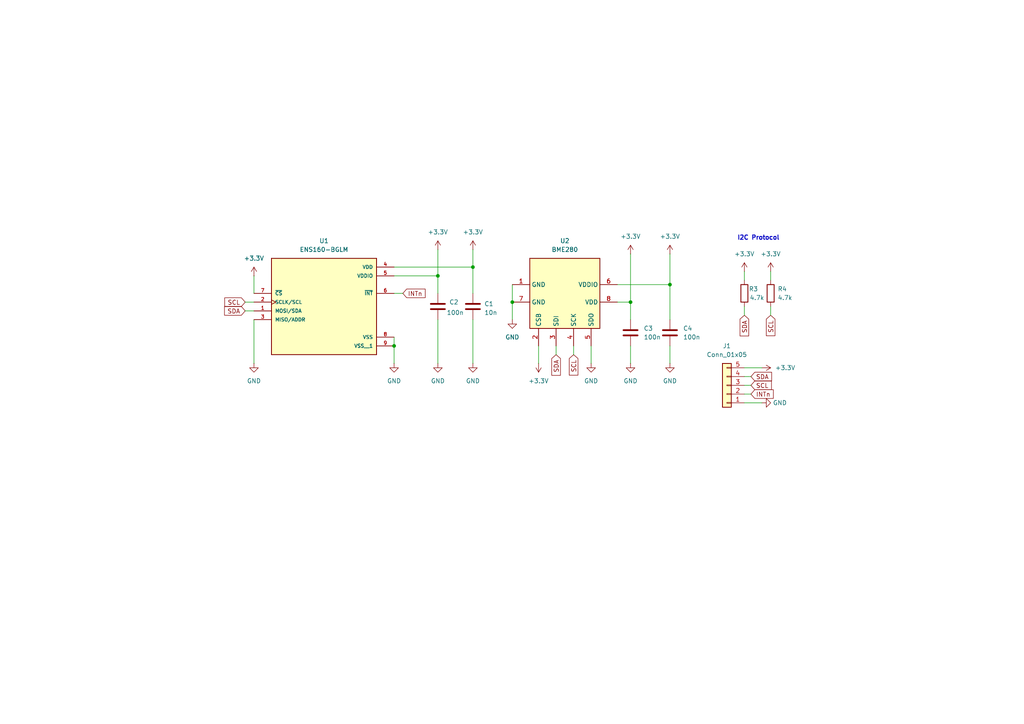
<source format=kicad_sch>
(kicad_sch (version 20231120) (generator "eeschema") (generator_version "8.0")
  (paper "A4")
  (lib_symbols
    (symbol "Connector_Generic:Conn_01x05" (pin_names (offset 1.016) hide)
      (property "Reference" "J" (at 0 7.62 0))
      (property "Value" "Conn_01x05" (at 0 -7.62 0))
      (symbol "Conn_01x05_1_1"
        (rectangle (start -1.27 -4.953) (end 0 -5.207) (stroke (width 0.1524)))
        (rectangle (start -1.27 -2.413) (end 0 -2.667) (stroke (width 0.1524)))
        (rectangle (start -1.27 0.127) (end 0 -0.127) (stroke (width 0.1524)))
        (rectangle (start -1.27 2.667) (end 0 2.413) (stroke (width 0.1524)))
        (rectangle (start -1.27 5.207) (end 0 4.953) (stroke (width 0.1524)))
        (rectangle (start -1.27 6.35) (end 1.27 -6.35) (stroke (width 0.254)) (fill (type background)))
        (pin passive line (at -5.08 5.08 0) (length 3.81) (name "Pin_1") (number "1"))
        (pin passive line (at -5.08 2.54 0) (length 3.81) (name "Pin_2") (number "2"))
        (pin passive line (at -5.08 0 0) (length 3.81) (name "Pin_3") (number "3"))
        (pin passive line (at -5.08 -2.54 0) (length 3.81) (name "Pin_4") (number "4"))
        (pin passive line (at -5.08 -5.08 0) (length 3.81) (name "Pin_5") (number "5"))
      )
    )
    (symbol "Device:C" (pin_numbers hide) (pin_names (offset 0.254))
      (property "Reference" "C" (at 0.635 2.54 0))
      (property "Value" "C" (at 0.635 -2.54 0))
      (symbol "C_0_1"
        (polyline (pts (xy -2.032 -0.762) (xy 2.032 -0.762)) (stroke (width 0.508)))
        (polyline (pts (xy -2.032 0.762) (xy 2.032 0.762)) (stroke (width 0.508)))
      )
      (symbol "C_1_1"
        (pin passive line (at 0 3.81 270) (length 2.794) (name "~") (number "1"))
        (pin passive line (at 0 -3.81 90) (length 2.794) (name "~") (number "2"))
      )
    )
    (symbol "Device:R" (pin_numbers hide) (pin_names (offset 0))
      (property "Reference" "R" (at 2.032 0 90))
      (property "Value" "R" (at 0 0 90))
      (symbol "R_0_1"
        (rectangle (start -1.016 -2.54) (end 1.016 2.54) (stroke (width 0.254)))
      )
      (symbol "R_1_1"
        (pin passive line (at 0 3.81 270) (length 1.27) (name "~") (number "1"))
        (pin passive line (at 0 -3.81 90) (length 1.27) (name "~") (number "2"))
      )
    )
    (symbol "ENS160-BGLM:ENS160-BGLM" (pin_names (offset 1.016))
      (property "Reference" "U" (at -15.24 13.462 0))
      (property "Value" "ENS160-BGLM" (at -15.24 -17.78 0))
      (symbol "ENS160-BGLM_0_0"
        (rectangle (start -15.24 -15.24) (end 15.24 12.7) (stroke (width 0.254)) (fill (type background)))
        (pin bidirectional line (at -20.32 -2.54 0) (length 5.08) (name "MOSI/SDA") (number "1"))
        (pin input clock (at -20.32 0 0) (length 5.08) (name "SCLK/SCL") (number "2"))
        (pin bidirectional line (at -20.32 -5.08 0) (length 5.08) (name "MISO/ADDR") (number "3"))
        (pin power_in line (at 20.32 10.16 180) (length 5.08) (name "VDD") (number "4"))
        (pin power_in line (at 20.32 7.62 180) (length 5.08) (name "VDDIO") (number "5"))
        (pin output line (at 20.32 2.54 180) (length 5.08) (name "~{INT}") (number "6"))
        (pin input line (at -20.32 2.54 0) (length 5.08) (name "~{CS}") (number "7"))
        (pin power_in line (at 20.32 -10.16 180) (length 5.08) (name "VSS") (number "8"))
        (pin power_in line (at 20.32 -12.7 180) (length 5.08) (name "VSS__1") (number "9"))
      )
    )
    (symbol "Sensor:BME280"
      (property "Reference" "U" (at -8.89 11.43 0))
      (property "Value" "BME280" (at 7.62 11.43 0))
      (symbol "BME280_0_1"
        (rectangle (start -10.16 10.16) (end 10.16 -10.16) (stroke (width 0.254)) (fill (type background)))
      )
      (symbol "BME280_1_1"
        (pin power_in line (at -2.54 -15.24 90) (length 5.08) (name "GND") (number "1"))
        (pin input line (at 15.24 -7.62 180) (length 5.08) (name "CSB") (number "2"))
        (pin bidirectional line (at 15.24 -2.54 180) (length 5.08) (name "SDI") (number "3"))
        (pin input line (at 15.24 2.54 180) (length 5.08) (name "SCK") (number "4"))
        (pin bidirectional line (at 15.24 7.62 180) (length 5.08) (name "SDO") (number "5"))
        (pin power_in line (at -2.54 15.24 270) (length 5.08) (name "VDDIO") (number "6"))
        (pin power_in line (at 2.54 -15.24 90) (length 5.08) (name "GND") (number "7"))
        (pin power_in line (at 2.54 15.24 270) (length 5.08) (name "VDD") (number "8"))
      )
    )
    (symbol "power:+3.3V" (power) (pin_numbers hide) (pin_names (offset 0) hide)
      (property "Value" "+3.3V" (at 0 3.556 0))
      (symbol "+3.3V_0_1"
        (polyline (pts (xy -0.762 1.27) (xy 0 2.54)))
        (polyline (pts (xy 0 0) (xy 0 2.54)))
        (polyline (pts (xy 0 2.54) (xy 0.762 1.27)))
      )
      (symbol "+3.3V_1_1"
        (pin power_in line (at 0 0 90) (length 0) (name "~") (number "1"))
      )
    )
    (symbol "power:GND" (power) (pin_numbers hide) (pin_names (offset 0) hide)
      (property "Value" "GND" (at 0 -3.81 0))
      (symbol "GND_0_1"
        (polyline (pts (xy 0 0) (xy 0 -1.27) (xy 1.27 -1.27) (xy 0 -2.54) (xy -1.27 -1.27) (xy 0 -1.27)))
      )
      (symbol "GND_1_1"
        (pin power_in line (at 0 0 270) (length 0) (name "~") (number "1"))
      )
    )
  )
  (junction (at 182.88 87.63))
  (junction (at 114.3 100.33))
  (junction (at 137.16 77.47))
  (junction (at 194.31 82.55))
  (junction (at 148.59 87.63))
  (junction (at 127 80.01))
  (wire (pts (xy 148.59 87.63) (xy 148.59 92.71)))
  (wire (pts (xy 127 80.01) (xy 127 85.09)))
  (wire (pts (xy 73.66 80.01) (xy 73.66 85.09)))
  (wire (pts (xy 114.3 77.47) (xy 137.16 77.47)))
  (wire (pts (xy 156.21 100.33) (xy 156.21 105.41)))
  (wire (pts (xy 137.16 72.39) (xy 137.16 77.47)))
  (wire (pts (xy 223.52 78.74) (xy 223.52 81.28)))
  (wire (pts (xy 179.07 82.55) (xy 194.31 82.55)))
  (wire (pts (xy 194.31 100.33) (xy 194.31 105.41)))
  (wire (pts (xy 161.29 100.33) (xy 161.29 102.87)))
  (wire (pts (xy 215.9 116.84) (xy 220.98 116.84)))
  (wire (pts (xy 73.66 92.71) (xy 73.66 105.41)))
  (wire (pts (xy 194.31 73.66) (xy 194.31 82.55)))
  (wire (pts (xy 215.9 114.3) (xy 217.805 114.3)))
  (wire (pts (xy 127 92.71) (xy 127 105.41)))
  (wire (pts (xy 114.3 85.09) (xy 116.84 85.09)))
  (wire (pts (xy 148.59 82.55) (xy 148.59 87.63)))
  (wire (pts (xy 179.07 87.63) (xy 182.88 87.63)))
  (wire (pts (xy 127 72.39) (xy 127 80.01)))
  (wire (pts (xy 215.9 78.74) (xy 215.9 81.28)))
  (wire (pts (xy 182.88 73.66) (xy 182.88 87.63)))
  (wire (pts (xy 71.12 87.63) (xy 73.66 87.63)))
  (wire (pts (xy 171.45 100.33) (xy 171.45 105.41)))
  (wire (pts (xy 137.16 77.47) (xy 137.16 85.09)))
  (wire (pts (xy 114.3 100.33) (xy 114.3 105.41)))
  (wire (pts (xy 215.9 106.68) (xy 220.98 106.68)))
  (wire (pts (xy 71.12 90.17) (xy 73.66 90.17)))
  (wire (pts (xy 223.52 88.9) (xy 223.52 91.44)))
  (wire (pts (xy 194.31 82.55) (xy 194.31 92.71)))
  (wire (pts (xy 137.16 92.71) (xy 137.16 105.41)))
  (wire (pts (xy 215.9 88.9) (xy 215.9 91.44)))
  (wire (pts (xy 182.88 87.63) (xy 182.88 92.71)))
  (wire (pts (xy 166.37 100.33) (xy 166.37 102.87)))
  (wire (pts (xy 182.88 100.33) (xy 182.88 105.41)))
  (wire (pts (xy 114.3 80.01) (xy 127 80.01)))
  (wire (pts (xy 215.9 109.22) (xy 217.805 109.22)))
  (wire (pts (xy 215.9 111.76) (xy 217.805 111.76)))
  (wire (pts (xy 114.3 97.79) (xy 114.3 100.33)))
  (text "I2C Protocol " (at 220.472 69.088 0) (effects (font (size 1.27 1.27) (thickness 0.254) (bold yes))))
  (global_label "SDA" (shape input) (at 71.12 90.17 180) (property "Intersheetrefs" "${INTERSHEET_REFS}" (effects (hide yes))))
  (global_label "SDA" (shape input) (at 217.805 109.22 0) (property "Intersheetrefs" "${INTERSHEET_REFS}" (effects (hide yes))))
  (global_label "SCL" (shape input) (at 71.12 87.63 180) (property "Intersheetrefs" "${INTERSHEET_REFS}" (effects (hide yes))))
  (global_label "INTn" (shape input) (at 116.84 85.09 0) (property "Intersheetrefs" "${INTERSHEET_REFS}" (effects (hide yes))))
  (global_label "SDA" (shape input) (at 215.9 91.44 270) (property "Intersheetrefs" "${INTERSHEET_REFS}" (effects (hide yes))))
  (global_label "SCL" (shape input) (at 223.52 91.44 270) (property "Intersheetrefs" "${INTERSHEET_REFS}" (effects (hide yes))))
  (global_label "INTn" (shape input) (at 217.805 114.3 0) (property "Intersheetrefs" "${INTERSHEET_REFS}" (effects (hide yes))))
  (global_label "SCL" (shape input) (at 166.37 102.87 270) (property "Intersheetrefs" "${INTERSHEET_REFS}" (effects (hide yes))))
  (global_label "SCL" (shape input) (at 217.805 111.76 0) (property "Intersheetrefs" "${INTERSHEET_REFS}" (effects (hide yes))))
  (global_label "SDA" (shape input) (at 161.29 102.87 270) (property "Intersheetrefs" "${INTERSHEET_REFS}" (effects (hide yes))))
  (symbol (lib_id "power:+3.3V") (at 223.52 78.74 0) (unit 1)
    (property "Reference" "#PWR08" (effects (hide yes)))
    (property "Value" "+3.3V" (at 223.52 73.66 0))
    (property "Description" "Power symbol creates a global label with name \"+3.3V\"" (effects (hide yes)))
  )
  (symbol (lib_id "Device:R") (at 215.9 85.09 0) (unit 1)
    (property "Reference" "R3" (at 217.17 83.82 0) (effects (justify left)))
    (property "Value" "4.7k" (at 217.424 86.36 0) (effects (justify left)))
    (property "Footprint" "Resistor_SMD:R_0805_2012Metric" (effects (hide yes)))
    (property "Datasheet" "https://www.mouser.com/ProductDetail/Panasonic/ERJ-U6RD4701V?qs=TiOZkKH1s2S1Rwcy3jXl2w%3D%3D" (effects (hide yes)))
    (property "Description" "Resistor" (effects (hide yes)))
  )
  (symbol (lib_id "Sensor:BME280") (at 163.83 85.09 270) (unit 1)
    (property "Reference" "U2" (at 163.83 69.85 90))
    (property "Value" "BME280" (at 163.83 72.39 90))
    (property "Footprint" "Package_LGA:Bosch_LGA-8_2.5x2.5mm_P0.65mm_ClockwisePinNumbering" (effects (hide yes)))
    (property "Datasheet" "https://www.bosch-sensortec.com/media/boschsensortec/downloads/datasheets/bst-bme280-ds002.pdf" (effects (hide yes)))
    (property "Description" "3-in-1 sensor, humidity, pressure, temperature, I2C and SPI interface, 1.71-3.6V, LGA-8" (effects (hide yes)))
  )
  (symbol (lib_id "Device:C") (at 194.31 96.52 0) (unit 1)
    (property "Reference" "C4" (at 198.12 95.2499 0) (effects (justify left)))
    (property "Value" "100n" (at 198.12 97.7899 0) (effects (justify left)))
    (property "Footprint" "Capacitor_SMD:C_0805_2012Metric" (effects (hide yes)))
    (property "Datasheet" "https://www.mouser.com/ProductDetail/Murata-Electronics/GCJ21BL81H104KA01L?qs=sGAEpiMZZMuMW9TJLBQkXsN8i%2FQjbyMXGupVfC1Vrxk%3D" (effects (hide yes)))
    (property "Description" "Unpolarized capacitor" (effects (hide yes)))
  )
  (symbol (lib_id "power:+3.3V") (at 73.66 80.01 0) (unit 1)
    (property "Reference" "#PWR09" (effects (hide yes)))
    (property "Value" "+3.3V" (at 73.66 74.93 0))
    (property "Description" "Power symbol creates a global label with name \"+3.3V\"" (effects (hide yes)))
  )
  (symbol (lib_id "power:+3.3V") (at 127 72.39 0) (unit 1)
    (property "Reference" "#PWR011" (effects (hide yes)))
    (property "Value" "+3.3V" (at 127 67.31 0))
    (property "Description" "Power symbol creates a global label with name \"+3.3V\"" (effects (hide yes)))
  )
  (symbol (lib_id "power:+3.3V") (at 215.9 78.74 0) (unit 1)
    (property "Reference" "#PWR07" (effects (hide yes)))
    (property "Value" "+3.3V" (at 215.9 73.66 0))
    (property "Description" "Power symbol creates a global label with name \"+3.3V\"" (effects (hide yes)))
  )
  (symbol (lib_id "power:GND") (at 148.59 92.71 0) (unit 1)
    (property "Reference" "#PWR014" (effects (hide yes)))
    (property "Value" "GND" (at 148.59 97.79 0))
    (property "Description" "Power symbol creates a global label with name \"GND\" , ground" (effects (hide yes)))
  )
  (symbol (lib_id "power:+3.3V") (at 137.16 72.39 0) (unit 1)
    (property "Reference" "#PWR010" (effects (hide yes)))
    (property "Value" "+3.3V" (at 137.16 67.31 0))
    (property "Description" "Power symbol creates a global label with name \"+3.3V\"" (effects (hide yes)))
  )
  (symbol (lib_id "power:GND") (at 137.16 105.41 0) (unit 1)
    (property "Reference" "#PWR03" (effects (hide yes)))
    (property "Value" "GND" (at 137.16 110.49 0))
    (property "Description" "Power symbol creates a global label with name \"GND\" , ground" (effects (hide yes)))
  )
  (symbol (lib_id "Device:C") (at 182.88 96.52 0) (unit 1)
    (property "Reference" "C3" (at 186.69 95.2499 0) (effects (justify left)))
    (property "Value" "100n" (at 186.69 97.7899 0) (effects (justify left)))
    (property "Footprint" "Capacitor_SMD:C_0805_2012Metric" (effects (hide yes)))
    (property "Datasheet" "https://www.mouser.com/ProductDetail/Murata-Electronics/GCJ21BL81H104KA01L?qs=sGAEpiMZZMuMW9TJLBQkXsN8i%2FQjbyMXGupVfC1Vrxk%3D" (effects (hide yes)))
    (property "Description" "Unpolarized capacitor" (effects (hide yes)))
  )
  (symbol (lib_id "power:GND") (at 73.66 105.41 0) (unit 1)
    (property "Reference" "#PWR06" (effects (hide yes)))
    (property "Value" "GND" (at 73.66 110.49 0))
    (property "Description" "Power symbol creates a global label with name \"GND\" , ground" (effects (hide yes)))
  )
  (symbol (lib_id "power:GND") (at 194.31 105.41 0) (unit 1)
    (property "Reference" "#PWR05" (effects (hide yes)))
    (property "Value" "GND" (at 194.31 110.49 0))
    (property "Description" "Power symbol creates a global label with name \"GND\" , ground" (effects (hide yes)))
  )
  (symbol (lib_id "power:GND") (at 114.3 105.41 0) (unit 1)
    (property "Reference" "#PWR016" (effects (hide yes)))
    (property "Value" "GND" (at 114.3 110.49 0))
    (property "Description" "Power symbol creates a global label with name \"GND\" , ground" (effects (hide yes)))
  )
  (symbol (lib_id "power:+3.3V") (at 156.21 105.41 180) (unit 1)
    (property "Reference" "#PWR012" (effects (hide yes)))
    (property "Value" "+3.3V" (at 156.21 110.49 0))
    (property "Description" "Power symbol creates a global label with name \"+3.3V\"" (effects (hide yes)))
  )
  (symbol (lib_id "power:+3.3V") (at 194.31 73.66 0) (unit 1)
    (property "Reference" "#PWR02" (effects (hide yes)))
    (property "Value" "+3.3V" (at 194.31 68.58 0))
    (property "Description" "Power symbol creates a global label with name \"+3.3V\"" (effects (hide yes)))
  )
  (symbol (lib_id "power:GND") (at 220.98 116.84 90) (unit 1)
    (property "Reference" "#PWR018" (effects (hide yes)))
    (property "Value" "GND" (at 224.155 116.8399 90) (effects (justify right)))
    (property "Description" "Power symbol creates a global label with name \"GND\" , ground" (effects (hide yes)))
  )
  (symbol (lib_id "power:+3.3V") (at 182.88 73.66 0) (unit 1)
    (property "Reference" "#PWR01" (effects (hide yes)))
    (property "Value" "+3.3V" (at 182.88 68.58 0))
    (property "Description" "Power symbol creates a global label with name \"+3.3V\"" (effects (hide yes)))
  )
  (symbol (lib_id "Device:C") (at 137.16 88.9 0) (unit 1)
    (property "Reference" "C1" (at 140.462 88.138 0) (effects (justify left)))
    (property "Value" "10n" (at 140.462 90.678 0) (effects (justify left)))
    (property "Footprint" "Capacitor_SMD:C_0805_2012Metric" (effects (hide yes)))
    (property "Datasheet" "https://www.mouser.com/ProductDetail/Murata-Electronics/GRM21BR72A103KA01K?qs=%252BnwoHkkFas21ythvDNX4jw%3D%3D" (effects (hide yes)))
    (property "Description" "Unpolarized capacitor" (effects (hide yes)))
  )
  (symbol (lib_id "ENS160-BGLM:ENS160-BGLM") (at 93.98 87.63 0) (unit 1)
    (property "Reference" "U1" (at 93.98 69.85 0))
    (property "Value" "ENS160-BGLM" (at 93.98 72.39 0))
    (property "Footprint" "ENS160_footprint:ENS-160" (effects (hide yes)))
    (property "PARTREV" "1.3" (effects (hide yes)))
    (property "STANDARD" "Manufacturer Recommendations" (effects (hide yes)))
    (property "MAXIMUM_PACKAGE_HEIGHT" "0.9 mm" (effects (hide yes)))
    (property "MANUFACTURER" "Sciosense" (effects (hide yes)))
  )
  (symbol (lib_id "power:GND") (at 127 105.41 0) (unit 1)
    (property "Reference" "#PWR015" (effects (hide yes)))
    (property "Value" "GND" (at 127 110.49 0))
    (property "Description" "Power symbol creates a global label with name \"GND\" , ground" (effects (hide yes)))
  )
  (symbol (lib_id "power:GND") (at 182.88 105.41 0) (unit 1)
    (property "Reference" "#PWR04" (effects (hide yes)))
    (property "Value" "GND" (at 182.88 110.49 0))
    (property "Description" "Power symbol creates a global label with name \"GND\" , ground" (effects (hide yes)))
  )
  (symbol (lib_id "power:GND") (at 171.45 105.41 0) (unit 1)
    (property "Reference" "#PWR013" (effects (hide yes)))
    (property "Value" "GND" (at 171.45 110.49 0))
    (property "Description" "Power symbol creates a global label with name \"GND\" , ground" (effects (hide yes)))
  )
  (symbol (lib_id "Device:C") (at 127 88.9 0) (unit 1)
    (property "Reference" "C2" (at 130.302 87.63 0) (effects (justify left)))
    (property "Value" "100n" (at 129.54 90.678 0) (effects (justify left)))
    (property "Footprint" "Capacitor_SMD:C_0805_2012Metric" (effects (hide yes)))
    (property "Datasheet" "https://www.mouser.com/ProductDetail/Murata-Electronics/GCJ21BL81H104KA01L?qs=sGAEpiMZZMuMW9TJLBQkXsN8i%2FQjbyMXGupVfC1Vrxk%3D" (effects (hide yes)))
    (property "Description" "Unpolarized capacitor" (effects (hide yes)))
  )
  (symbol (lib_id "Device:R") (at 223.52 85.09 0) (unit 1)
    (property "Reference" "R4" (at 225.552 83.82 0) (effects (justify left)))
    (property "Value" "4.7k" (at 225.552 86.36 0) (effects (justify left)))
    (property "Footprint" "Resistor_SMD:R_0805_2012Metric" (effects (hide yes)))
    (property "Datasheet" "https://www.mouser.com/ProductDetail/Panasonic/ERJ-U6RD4701V?qs=TiOZkKH1s2S1Rwcy3jXl2w%3D%3D" (effects (hide yes)))
    (property "Description" "Resistor" (effects (hide yes)))
  )
  (symbol (lib_id "power:+3.3V") (at 220.98 106.68 270) (unit 1)
    (property "Reference" "#PWR017" (effects (hide yes)))
    (property "Value" "+3.3V" (at 224.79 106.6799 90) (effects (justify left)))
    (property "Description" "Power symbol creates a global label with name \"+3.3V\"" (effects (hide yes)))
  )
  (symbol (lib_id "Connector_Generic:Conn_01x05") (at 210.82 111.76 180) (unit 1)
    (property "Reference" "J1" (at 210.82 100.33 0))
    (property "Value" "Conn_01x05" (at 210.82 102.87 0))
    (property "Footprint" "Connector_PinHeader_2.54mm:PinHeader_1x05_P2.54mm_Vertical" (effects (hide yes)))
    (property "Description" "Generic connector, single row, 01x05, script generated (kicad-library-utils/schlib/autogen/connector/)" (effects (hide yes)))
  )
)
</source>
